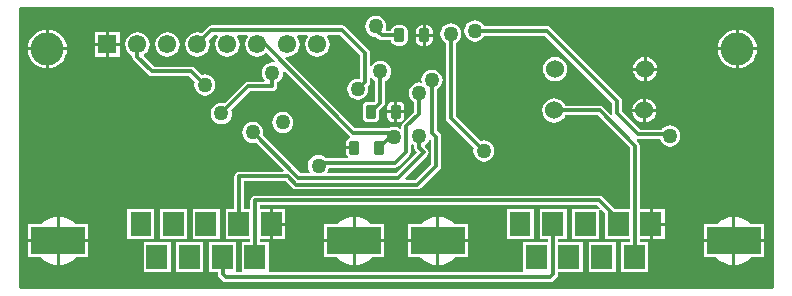
<source format=gbl>
G04 Layer_Physical_Order=2*
G04 Layer_Color=11436288*
%FSAX24Y24*%
%MOIN*%
G70*
G01*
G75*
G04:AMPARAMS|DCode=18|XSize=47.2mil|YSize=35.4mil|CornerRadius=8.9mil|HoleSize=0mil|Usage=FLASHONLY|Rotation=270.000|XOffset=0mil|YOffset=0mil|HoleType=Round|Shape=RoundedRectangle|*
%AMROUNDEDRECTD18*
21,1,0.0472,0.0177,0,0,270.0*
21,1,0.0295,0.0354,0,0,270.0*
1,1,0.0177,-0.0089,-0.0148*
1,1,0.0177,-0.0089,0.0148*
1,1,0.0177,0.0089,0.0148*
1,1,0.0177,0.0089,-0.0148*
%
%ADD18ROUNDEDRECTD18*%
%ADD19C,0.0120*%
%ADD20C,0.0100*%
%ADD21R,0.0610X0.0610*%
%ADD22C,0.0610*%
%ADD23C,0.0600*%
G04:AMPARAMS|DCode=24|XSize=80mil|YSize=70mil|CornerRadius=0mil|HoleSize=0mil|Usage=FLASHONLY|Rotation=270.000|XOffset=0mil|YOffset=0mil|HoleType=Round|Shape=RoundedRectangle|*
%AMROUNDEDRECTD24*
21,1,0.0800,0.0700,0,0,270.0*
21,1,0.0800,0.0700,0,0,270.0*
1,1,0.0000,-0.0350,-0.0400*
1,1,0.0000,-0.0350,0.0400*
1,1,0.0000,0.0350,0.0400*
1,1,0.0000,0.0350,-0.0400*
%
%ADD24ROUNDEDRECTD24*%
G04:AMPARAMS|DCode=25|XSize=90mil|YSize=180mil|CornerRadius=0mil|HoleSize=0mil|Usage=FLASHONLY|Rotation=270.000|XOffset=0mil|YOffset=0mil|HoleType=Round|Shape=RoundedRectangle|*
%AMROUNDEDRECTD25*
21,1,0.0900,0.1800,0,0,270.0*
21,1,0.0900,0.1800,0,0,270.0*
1,1,0.0000,-0.0900,-0.0450*
1,1,0.0000,-0.0900,0.0450*
1,1,0.0000,0.0900,0.0450*
1,1,0.0000,0.0900,-0.0450*
%
%ADD25ROUNDEDRECTD25*%
%ADD26R,0.0700X0.0800*%
%ADD27C,0.1100*%
%ADD28C,0.0500*%
G36*
X042150Y016750D02*
X017100D01*
Y026050D01*
X042150D01*
Y016750D01*
D02*
G37*
%LPC*%
G36*
X030970Y019099D02*
X030863Y019088D01*
X030712Y019043D01*
X030573Y018968D01*
X030452Y018868D01*
X030436Y018850D01*
X030020D01*
Y018350D01*
X030970D01*
Y019099D01*
D02*
G37*
G36*
X031070D02*
Y018350D01*
X032020D01*
Y018850D01*
X031604D01*
X031588Y018868D01*
X031467Y018968D01*
X031328Y019043D01*
X031177Y019088D01*
X031070Y019099D01*
D02*
G37*
G36*
X034220Y019350D02*
X033320D01*
Y018350D01*
X034220D01*
Y019350D01*
D02*
G37*
G36*
X028280Y019099D02*
Y018350D01*
X029230D01*
Y018850D01*
X028814D01*
X028798Y018868D01*
X028677Y018968D01*
X028538Y019043D01*
X028387Y019088D01*
X028280Y019099D01*
D02*
G37*
G36*
X023750Y019350D02*
X022850D01*
Y018350D01*
X023750D01*
Y019350D01*
D02*
G37*
G36*
X025930Y018800D02*
X025530D01*
Y018350D01*
X025930D01*
Y018800D01*
D02*
G37*
G36*
X028180Y019099D02*
X028073Y019088D01*
X027922Y019043D01*
X027783Y018968D01*
X027662Y018868D01*
X027646Y018850D01*
X027230D01*
Y018350D01*
X028180D01*
Y019099D01*
D02*
G37*
G36*
X038580Y018800D02*
X038180D01*
Y018350D01*
X038580D01*
Y018800D01*
D02*
G37*
G36*
X031450Y025553D02*
X031359Y025541D01*
X031273Y025506D01*
X031200Y025450D01*
X031144Y025377D01*
X031109Y025291D01*
X031097Y025200D01*
X031109Y025109D01*
X031144Y025023D01*
X031200Y024950D01*
X031273Y024894D01*
X031287Y024889D01*
Y022400D01*
X031299Y022338D01*
X031335Y022285D01*
X032215Y021405D01*
X032209Y021391D01*
X032197Y021300D01*
X032209Y021209D01*
X032244Y021123D01*
X032300Y021050D01*
X032373Y020994D01*
X032459Y020959D01*
X032550Y020947D01*
X032641Y020959D01*
X032727Y020994D01*
X032800Y021050D01*
X032856Y021123D01*
X032891Y021209D01*
X032903Y021300D01*
X032891Y021391D01*
X032856Y021477D01*
X032800Y021550D01*
X032727Y021606D01*
X032641Y021641D01*
X032550Y021653D01*
X032459Y021641D01*
X032445Y021635D01*
X031613Y022468D01*
Y024889D01*
X031627Y024894D01*
X031700Y024950D01*
X031756Y025023D01*
X031791Y025109D01*
X031803Y025200D01*
X031791Y025291D01*
X031756Y025377D01*
X031700Y025450D01*
X031627Y025506D01*
X031541Y025541D01*
X031450Y025553D01*
D02*
G37*
G36*
X025850Y022603D02*
X025759Y022591D01*
X025673Y022556D01*
X025600Y022500D01*
X025544Y022427D01*
X025509Y022341D01*
X025497Y022250D01*
X025509Y022159D01*
X025544Y022073D01*
X025600Y022000D01*
X025673Y021944D01*
X025759Y021909D01*
X025850Y021897D01*
X025941Y021909D01*
X026027Y021944D01*
X026100Y022000D01*
X026156Y022073D01*
X026191Y022159D01*
X026203Y022250D01*
X026191Y022341D01*
X026156Y022427D01*
X026100Y022500D01*
X026027Y022556D01*
X025941Y022591D01*
X025850Y022603D01*
D02*
G37*
G36*
X037850Y022600D02*
X037503D01*
X037510Y022546D01*
X037551Y022448D01*
X037615Y022365D01*
X037698Y022301D01*
X037796Y022260D01*
X037850Y022253D01*
Y022600D01*
D02*
G37*
G36*
X038580Y019350D02*
X038180D01*
Y018900D01*
X038580D01*
Y019350D01*
D02*
G37*
G36*
X040830Y019099D02*
X040723Y019088D01*
X040572Y019043D01*
X040433Y018968D01*
X040312Y018868D01*
X040296Y018850D01*
X039880D01*
Y018350D01*
X040830D01*
Y019099D01*
D02*
G37*
G36*
X040930D02*
Y018350D01*
X041880D01*
Y018850D01*
X041464D01*
X041448Y018868D01*
X041327Y018968D01*
X041188Y019043D01*
X041037Y019088D01*
X040930Y019099D01*
D02*
G37*
G36*
X025930Y019350D02*
X025530D01*
Y018900D01*
X025930D01*
Y019350D01*
D02*
G37*
G36*
X019370Y018250D02*
X018420D01*
Y017501D01*
X018527Y017512D01*
X018678Y017557D01*
X018817Y017632D01*
X018938Y017732D01*
X018954Y017750D01*
X019370D01*
Y018250D01*
D02*
G37*
G36*
X028180D02*
X027230D01*
Y017750D01*
X027646D01*
X027662Y017732D01*
X027783Y017632D01*
X027922Y017557D01*
X028073Y017512D01*
X028180Y017501D01*
Y018250D01*
D02*
G37*
G36*
X029230D02*
X028280D01*
Y017501D01*
X028387Y017512D01*
X028538Y017557D01*
X028677Y017632D01*
X028798Y017732D01*
X028814Y017750D01*
X029230D01*
Y018250D01*
D02*
G37*
G36*
X018320D02*
X017370D01*
Y017750D01*
X017786D01*
X017802Y017732D01*
X017923Y017632D01*
X018062Y017557D01*
X018213Y017512D01*
X018320Y017501D01*
Y018250D01*
D02*
G37*
G36*
X022110D02*
X021210D01*
Y017250D01*
X022110D01*
Y018250D01*
D02*
G37*
G36*
X023200D02*
X022300D01*
Y017250D01*
X023200D01*
Y018250D01*
D02*
G37*
G36*
X036940D02*
X036040D01*
Y017250D01*
X036940D01*
Y018250D01*
D02*
G37*
G36*
X030970D02*
X030020D01*
Y017750D01*
X030436D01*
X030452Y017732D01*
X030573Y017632D01*
X030712Y017557D01*
X030863Y017512D01*
X030970Y017501D01*
Y018250D01*
D02*
G37*
G36*
X018420Y019099D02*
Y018350D01*
X019370D01*
Y018850D01*
X018954D01*
X018938Y018868D01*
X018817Y018968D01*
X018678Y019043D01*
X018527Y019088D01*
X018420Y019099D01*
D02*
G37*
G36*
X021570Y019350D02*
X020670D01*
Y018350D01*
X021570D01*
Y019350D01*
D02*
G37*
G36*
X022660D02*
X021760D01*
Y018350D01*
X022660D01*
Y019350D01*
D02*
G37*
G36*
X018320Y019099D02*
X018213Y019088D01*
X018062Y019043D01*
X017923Y018968D01*
X017802Y018868D01*
X017786Y018850D01*
X017370D01*
Y018350D01*
X018320D01*
Y019099D01*
D02*
G37*
G36*
X032020Y018250D02*
X031070D01*
Y017501D01*
X031177Y017512D01*
X031328Y017557D01*
X031467Y017632D01*
X031588Y017732D01*
X031604Y017750D01*
X032020D01*
Y018250D01*
D02*
G37*
G36*
X040830D02*
X039880D01*
Y017750D01*
X040296D01*
X040312Y017732D01*
X040433Y017632D01*
X040572Y017557D01*
X040723Y017512D01*
X040830Y017501D01*
Y018250D01*
D02*
G37*
G36*
X041880D02*
X040930D01*
Y017501D01*
X041037Y017512D01*
X041188Y017557D01*
X041327Y017632D01*
X041448Y017732D01*
X041464Y017750D01*
X041880D01*
Y018250D01*
D02*
G37*
G36*
X038297Y022600D02*
X037950D01*
Y022253D01*
X038004Y022260D01*
X038102Y022301D01*
X038185Y022365D01*
X038249Y022448D01*
X038290Y022546D01*
X038297Y022600D01*
D02*
G37*
G36*
X017950Y025348D02*
X017873Y025341D01*
X017750Y025303D01*
X017637Y025243D01*
X017538Y025162D01*
X017457Y025063D01*
X017397Y024950D01*
X017359Y024827D01*
X017352Y024750D01*
X017950D01*
Y025348D01*
D02*
G37*
G36*
X020405Y024800D02*
X020050D01*
Y024445D01*
X020405D01*
Y024800D01*
D02*
G37*
G36*
X040950Y025348D02*
X040873Y025341D01*
X040750Y025303D01*
X040637Y025243D01*
X040538Y025162D01*
X040457Y025063D01*
X040397Y024950D01*
X040359Y024827D01*
X040352Y024750D01*
X040950D01*
Y025348D01*
D02*
G37*
G36*
X018050D02*
Y024750D01*
X018648D01*
X018641Y024827D01*
X018603Y024950D01*
X018543Y025063D01*
X018462Y025162D01*
X018363Y025243D01*
X018250Y025303D01*
X018127Y025341D01*
X018050Y025348D01*
D02*
G37*
G36*
X037972Y024424D02*
Y024077D01*
X038319D01*
X038312Y024131D01*
X038272Y024229D01*
X038208Y024312D01*
X038124Y024376D01*
X038027Y024417D01*
X037972Y024424D01*
D02*
G37*
G36*
X037872D02*
X037818Y024417D01*
X037721Y024376D01*
X037637Y024312D01*
X037573Y024229D01*
X037533Y024131D01*
X037526Y024077D01*
X037872D01*
Y024424D01*
D02*
G37*
G36*
X019950Y024800D02*
X019595D01*
Y024445D01*
X019950D01*
Y024800D01*
D02*
G37*
G36*
X022000Y025259D02*
X021894Y025245D01*
X021796Y025204D01*
X021711Y025139D01*
X021646Y025054D01*
X021605Y024956D01*
X021591Y024850D01*
X021605Y024744D01*
X021646Y024646D01*
X021711Y024561D01*
X021796Y024496D01*
X021894Y024455D01*
X022000Y024441D01*
X022106Y024455D01*
X022204Y024496D01*
X022289Y024561D01*
X022354Y024646D01*
X022395Y024744D01*
X022409Y024850D01*
X022395Y024956D01*
X022354Y025054D01*
X022289Y025139D01*
X022204Y025204D01*
X022106Y025245D01*
X022000Y025259D01*
D02*
G37*
G36*
X020405Y025255D02*
X020050D01*
Y024900D01*
X020405D01*
Y025255D01*
D02*
G37*
G36*
X019950D02*
X019595D01*
Y024900D01*
X019950D01*
Y025255D01*
D02*
G37*
G36*
X030652Y025490D02*
X030613D01*
Y025200D01*
X030844D01*
Y025298D01*
X030830Y025371D01*
X030788Y025434D01*
X030726Y025475D01*
X030652Y025490D01*
D02*
G37*
G36*
X030513D02*
X030475D01*
X030401Y025475D01*
X030339Y025434D01*
X030297Y025371D01*
X030283Y025298D01*
Y025200D01*
X030513D01*
Y025490D01*
D02*
G37*
G36*
X028950Y025803D02*
X028859Y025791D01*
X028773Y025756D01*
X028700Y025700D01*
X028644Y025627D01*
X028609Y025541D01*
X028597Y025450D01*
X028609Y025359D01*
X028644Y025273D01*
X028700Y025200D01*
X028773Y025144D01*
X028859Y025109D01*
X028950Y025097D01*
X028970Y025100D01*
X029035Y025035D01*
X029088Y024999D01*
X029150Y024987D01*
X029459D01*
X029470Y024929D01*
X029512Y024866D01*
X029574Y024825D01*
X029648Y024810D01*
X029825D01*
X029899Y024825D01*
X029961Y024866D01*
X030003Y024929D01*
X030017Y025002D01*
Y025298D01*
X030003Y025371D01*
X029961Y025434D01*
X029899Y025475D01*
X029825Y025490D01*
X029648D01*
X029574Y025475D01*
X029512Y025434D01*
X029470Y025371D01*
X029459Y025313D01*
X029317D01*
X029294Y025348D01*
X029292Y025363D01*
X029303Y025450D01*
X029291Y025541D01*
X029256Y025627D01*
X029200Y025700D01*
X029127Y025756D01*
X029041Y025791D01*
X028950Y025803D01*
D02*
G37*
G36*
X041050Y025348D02*
Y024750D01*
X041648D01*
X041641Y024827D01*
X041603Y024950D01*
X041543Y025063D01*
X041462Y025162D01*
X041363Y025243D01*
X041250Y025303D01*
X041127Y025341D01*
X041050Y025348D01*
D02*
G37*
G36*
X030844Y025100D02*
X030613D01*
Y024810D01*
X030652D01*
X030726Y024825D01*
X030788Y024866D01*
X030830Y024929D01*
X030844Y025002D01*
Y025100D01*
D02*
G37*
G36*
X030513D02*
X030283D01*
Y025002D01*
X030297Y024929D01*
X030339Y024866D01*
X030401Y024825D01*
X030475Y024810D01*
X030513D01*
Y025100D01*
D02*
G37*
G36*
X041648Y024650D02*
X041050D01*
Y024052D01*
X041127Y024059D01*
X041250Y024097D01*
X041363Y024157D01*
X041462Y024238D01*
X041543Y024337D01*
X041603Y024450D01*
X041641Y024573D01*
X041648Y024650D01*
D02*
G37*
G36*
X037850Y023047D02*
X037796Y023040D01*
X037698Y022999D01*
X037615Y022935D01*
X037551Y022852D01*
X037510Y022754D01*
X037503Y022700D01*
X037850D01*
Y023047D01*
D02*
G37*
G36*
X037950D02*
Y022700D01*
X038297D01*
X038290Y022754D01*
X038249Y022852D01*
X038185Y022935D01*
X038102Y022999D01*
X038004Y023040D01*
X037950Y023047D01*
D02*
G37*
G36*
X032250Y025653D02*
X032159Y025641D01*
X032073Y025606D01*
X032000Y025550D01*
X031944Y025477D01*
X031909Y025391D01*
X031897Y025300D01*
X031909Y025209D01*
X031944Y025123D01*
X032000Y025050D01*
X032073Y024994D01*
X032159Y024959D01*
X032250Y024947D01*
X032341Y024959D01*
X032427Y024994D01*
X032500Y025050D01*
X032556Y025123D01*
X032561Y025137D01*
X034582D01*
X036837Y022882D01*
Y022550D01*
X036843Y022518D01*
X036797Y022494D01*
X036525Y022765D01*
X036472Y022801D01*
X036410Y022813D01*
X035265D01*
X035249Y022852D01*
X035185Y022935D01*
X035102Y022999D01*
X035004Y023040D01*
X034900Y023053D01*
X034796Y023040D01*
X034698Y022999D01*
X034615Y022935D01*
X034551Y022852D01*
X034510Y022754D01*
X034497Y022650D01*
X034510Y022546D01*
X034551Y022448D01*
X034615Y022365D01*
X034698Y022301D01*
X034796Y022260D01*
X034900Y022247D01*
X035004Y022260D01*
X035102Y022301D01*
X035185Y022365D01*
X035249Y022448D01*
X035265Y022487D01*
X036342D01*
X037417Y021412D01*
Y019350D01*
X036931D01*
X036515Y019765D01*
X036462Y019801D01*
X036400Y019813D01*
X024930D01*
X024868Y019801D01*
X024815Y019765D01*
X024779Y019712D01*
X024767Y019650D01*
Y019350D01*
X024553D01*
Y020287D01*
X025941D01*
X026165Y020064D01*
X026217Y020028D01*
X026280Y020016D01*
X030329D01*
X030391Y020028D01*
X030444Y020064D01*
X031075Y020695D01*
X031111Y020748D01*
X031123Y020810D01*
Y021770D01*
X031111Y021832D01*
X031075Y021885D01*
X030983Y021977D01*
Y023349D01*
X030997Y023354D01*
X031070Y023410D01*
X031126Y023483D01*
X031161Y023569D01*
X031173Y023660D01*
X031161Y023751D01*
X031126Y023837D01*
X031070Y023910D01*
X030997Y023966D01*
X030911Y024001D01*
X030820Y024013D01*
X030729Y024001D01*
X030643Y023966D01*
X030570Y023910D01*
X030514Y023837D01*
X030479Y023751D01*
X030467Y023660D01*
X030473Y023613D01*
X030438Y023577D01*
X030396Y023583D01*
X030304Y023571D01*
X030219Y023536D01*
X030146Y023480D01*
X030090Y023407D01*
X030055Y023321D01*
X030043Y023230D01*
X030055Y023139D01*
X030090Y023053D01*
X030146Y022980D01*
X030219Y022924D01*
X030233Y022919D01*
Y022613D01*
X029851Y022232D01*
X029816Y022179D01*
X029804Y022117D01*
Y022058D01*
X029759Y022036D01*
X029733Y022056D01*
X029648Y022091D01*
X029557Y022103D01*
X029465Y022091D01*
X029398Y022063D01*
X028268D01*
X025931Y024400D01*
X025954Y024447D01*
X026000Y024441D01*
X026106Y024455D01*
X026204Y024496D01*
X026289Y024561D01*
X026354Y024646D01*
X026395Y024744D01*
X026409Y024850D01*
X026395Y024956D01*
X026354Y025054D01*
X026314Y025107D01*
X026338Y025157D01*
X026662D01*
X026686Y025107D01*
X026646Y025054D01*
X026605Y024956D01*
X026591Y024850D01*
X026605Y024744D01*
X026646Y024646D01*
X026711Y024561D01*
X026796Y024496D01*
X026894Y024455D01*
X027000Y024441D01*
X027106Y024455D01*
X027204Y024496D01*
X027289Y024561D01*
X027354Y024646D01*
X027395Y024744D01*
X027409Y024850D01*
X027395Y024956D01*
X027354Y025054D01*
X027314Y025107D01*
X027338Y025157D01*
X027761D01*
X028427Y024491D01*
Y023741D01*
X028389Y023708D01*
X028348Y023713D01*
X028257Y023701D01*
X028172Y023666D01*
X028099Y023610D01*
X028043Y023537D01*
X028007Y023451D01*
X027995Y023360D01*
X028007Y023269D01*
X028043Y023183D01*
X028099Y023110D01*
X028172Y023054D01*
X028257Y023019D01*
X028348Y023007D01*
X028440Y023019D01*
X028525Y023054D01*
X028598Y023110D01*
X028654Y023183D01*
X028689Y023269D01*
X028701Y023360D01*
X028689Y023451D01*
X028684Y023465D01*
X028705Y023486D01*
X028741Y023539D01*
X028753Y023602D01*
Y023749D01*
X028803Y023762D01*
X028850Y023700D01*
X028923Y023644D01*
X028937Y023639D01*
Y022981D01*
X028892Y022936D01*
X028875Y022940D01*
X028698D01*
X028624Y022925D01*
X028562Y022884D01*
X028520Y022821D01*
X028506Y022748D01*
Y022452D01*
X028520Y022379D01*
X028562Y022316D01*
X028624Y022275D01*
X028698Y022260D01*
X028875D01*
X028949Y022275D01*
X029011Y022316D01*
X029053Y022379D01*
X029067Y022452D01*
Y022650D01*
X029215Y022798D01*
X029251Y022851D01*
X029263Y022913D01*
Y023639D01*
X029277Y023644D01*
X029350Y023700D01*
X029406Y023773D01*
X029441Y023859D01*
X029453Y023950D01*
X029441Y024041D01*
X029406Y024127D01*
X029350Y024200D01*
X029277Y024256D01*
X029191Y024291D01*
X029100Y024303D01*
X029009Y024291D01*
X028923Y024256D01*
X028850Y024200D01*
X028803Y024138D01*
X028753Y024151D01*
Y024558D01*
X028741Y024621D01*
X028705Y024674D01*
X027944Y025435D01*
X027891Y025471D01*
X027828Y025483D01*
X023470D01*
X023408Y025471D01*
X023355Y025435D01*
X023147Y025228D01*
X023106Y025245D01*
X023000Y025259D01*
X022894Y025245D01*
X022796Y025204D01*
X022711Y025139D01*
X022646Y025054D01*
X022605Y024956D01*
X022591Y024850D01*
X022605Y024744D01*
X022646Y024646D01*
X022711Y024561D01*
X022796Y024496D01*
X022894Y024455D01*
X023000Y024441D01*
X023106Y024455D01*
X023204Y024496D01*
X023289Y024561D01*
X023354Y024646D01*
X023395Y024744D01*
X023409Y024850D01*
X023395Y024956D01*
X023378Y024997D01*
X023538Y025157D01*
X023662D01*
X023686Y025107D01*
X023646Y025054D01*
X023605Y024956D01*
X023591Y024850D01*
X023605Y024744D01*
X023646Y024646D01*
X023711Y024561D01*
X023796Y024496D01*
X023894Y024455D01*
X024000Y024441D01*
X024106Y024455D01*
X024204Y024496D01*
X024289Y024561D01*
X024354Y024646D01*
X024395Y024744D01*
X024409Y024850D01*
X024395Y024956D01*
X024354Y025054D01*
X024314Y025107D01*
X024338Y025157D01*
X024662D01*
X024686Y025107D01*
X024646Y025054D01*
X024605Y024956D01*
X024591Y024850D01*
X024605Y024744D01*
X024646Y024646D01*
X024711Y024561D01*
X024796Y024496D01*
X024894Y024455D01*
X025000Y024441D01*
X025106Y024455D01*
X025204Y024496D01*
X025289Y024561D01*
X025307Y024562D01*
X025576Y024293D01*
X025552Y024246D01*
X025500Y024253D01*
X025409Y024241D01*
X025323Y024206D01*
X025250Y024150D01*
X025194Y024077D01*
X025159Y023991D01*
X025147Y023900D01*
X025159Y023809D01*
X025194Y023723D01*
X025241Y023663D01*
X025222Y023613D01*
X024700D01*
X024638Y023601D01*
X024585Y023565D01*
X023905Y022885D01*
X023891Y022891D01*
X023800Y022903D01*
X023709Y022891D01*
X023623Y022856D01*
X023550Y022800D01*
X023494Y022727D01*
X023459Y022641D01*
X023447Y022550D01*
X023459Y022459D01*
X023494Y022373D01*
X023550Y022300D01*
X023623Y022244D01*
X023709Y022209D01*
X023800Y022197D01*
X023891Y022209D01*
X023977Y022244D01*
X024050Y022300D01*
X024106Y022373D01*
X024141Y022459D01*
X024153Y022550D01*
X024141Y022641D01*
X024135Y022655D01*
X024768Y023287D01*
X025500D01*
X025562Y023299D01*
X025615Y023335D01*
X025651Y023388D01*
X025663Y023450D01*
Y023589D01*
X025677Y023594D01*
X025750Y023650D01*
X025806Y023723D01*
X025841Y023809D01*
X025853Y023900D01*
X025846Y023952D01*
X025893Y023976D01*
X028085Y021785D01*
X028092Y021780D01*
X028081Y021727D01*
X028074Y021725D01*
X028012Y021684D01*
X027970Y021621D01*
X027956Y021548D01*
Y021450D01*
X028237D01*
Y021350D01*
X027956D01*
Y021252D01*
X027970Y021179D01*
X028012Y021116D01*
X028017Y021113D01*
X028002Y021063D01*
X027285D01*
X027218Y021115D01*
X027133Y021150D01*
X027041Y021162D01*
X026950Y021150D01*
X026865Y021115D01*
X026792Y021059D01*
X026736Y020986D01*
X026700Y020900D01*
X026688Y020809D01*
X026700Y020718D01*
X026736Y020633D01*
X026755Y020607D01*
X026733Y020562D01*
X026439D01*
X025185Y021815D01*
X025191Y021829D01*
X025203Y021920D01*
X025191Y022011D01*
X025156Y022097D01*
X025100Y022170D01*
X025027Y022226D01*
X024941Y022261D01*
X024850Y022273D01*
X024759Y022261D01*
X024673Y022226D01*
X024600Y022170D01*
X024544Y022097D01*
X024509Y022011D01*
X024497Y021920D01*
X024509Y021829D01*
X024544Y021743D01*
X024600Y021670D01*
X024673Y021614D01*
X024759Y021579D01*
X024850Y021567D01*
X024941Y021579D01*
X024955Y021585D01*
X025880Y020659D01*
X025861Y020613D01*
X024390D01*
X024328Y020601D01*
X024275Y020565D01*
X024239Y020512D01*
X024227Y020450D01*
Y019350D01*
X023940D01*
Y018350D01*
X024767D01*
Y018250D01*
X024480D01*
Y017253D01*
X024290D01*
Y018250D01*
X023390D01*
Y017250D01*
X023677D01*
Y017200D01*
X023689Y017138D01*
X023725Y017085D01*
X023835Y016975D01*
X023888Y016939D01*
X023950Y016927D01*
X034750D01*
X034812Y016939D01*
X034865Y016975D01*
X034975Y017085D01*
X035011Y017138D01*
X035023Y017200D01*
Y017250D01*
X035850D01*
Y018250D01*
X035023D01*
Y018350D01*
X035310D01*
Y019350D01*
X034410D01*
Y018350D01*
X034697D01*
Y018250D01*
X033860D01*
Y017253D01*
X025380D01*
Y018250D01*
X025093D01*
Y018350D01*
X025430D01*
Y018850D01*
Y019350D01*
X025093D01*
Y019487D01*
X036332D01*
X036433Y019386D01*
X036414Y019367D01*
X036406Y019358D01*
X036404Y019356D01*
X036361Y019350D01*
X036351Y019350D01*
X036350D01*
X036350D01*
X035500D01*
Y018350D01*
X036400D01*
Y019300D01*
Y019300D01*
Y019301D01*
X036400Y019311D01*
X036406Y019354D01*
X036408Y019356D01*
X036417Y019364D01*
X036436Y019383D01*
X036590Y019229D01*
Y018350D01*
X037417D01*
Y018250D01*
X037130D01*
Y017250D01*
X038030D01*
Y018250D01*
X037743D01*
Y018350D01*
X038080D01*
Y018850D01*
Y019350D01*
X037743D01*
Y021480D01*
X037731Y021542D01*
X037695Y021595D01*
X037644Y021647D01*
X037668Y021693D01*
X037700Y021687D01*
X038418D01*
X038444Y021623D01*
X038500Y021550D01*
X038573Y021494D01*
X038659Y021459D01*
X038750Y021447D01*
X038841Y021459D01*
X038927Y021494D01*
X039000Y021550D01*
X039056Y021623D01*
X039091Y021709D01*
X039103Y021800D01*
X039091Y021891D01*
X039056Y021977D01*
X039000Y022050D01*
X038927Y022106D01*
X038841Y022141D01*
X038750Y022153D01*
X038659Y022141D01*
X038573Y022106D01*
X038500Y022050D01*
X038472Y022013D01*
X037768D01*
X037163Y022618D01*
Y022950D01*
X037151Y023012D01*
X037115Y023065D01*
X034765Y025415D01*
X034712Y025451D01*
X034650Y025463D01*
X032561D01*
X032556Y025477D01*
X032500Y025550D01*
X032427Y025606D01*
X032341Y025641D01*
X032250Y025653D01*
D02*
G37*
G36*
X029702Y022940D02*
X029663D01*
Y022650D01*
X029894D01*
Y022748D01*
X029880Y022821D01*
X029838Y022884D01*
X029776Y022925D01*
X029702Y022940D01*
D02*
G37*
G36*
X029563Y022550D02*
X029333D01*
Y022452D01*
X029347Y022379D01*
X029389Y022316D01*
X029451Y022275D01*
X029525Y022260D01*
X029563D01*
Y022550D01*
D02*
G37*
G36*
X029894D02*
X029663D01*
Y022260D01*
X029702D01*
X029776Y022275D01*
X029838Y022316D01*
X029880Y022379D01*
X029894Y022452D01*
Y022550D01*
D02*
G37*
G36*
X029563Y022940D02*
X029525D01*
X029451Y022925D01*
X029389Y022884D01*
X029347Y022821D01*
X029333Y022748D01*
Y022650D01*
X029563D01*
Y022940D01*
D02*
G37*
G36*
X040950Y024650D02*
X040352D01*
X040359Y024573D01*
X040397Y024450D01*
X040457Y024337D01*
X040538Y024238D01*
X040637Y024157D01*
X040750Y024097D01*
X040873Y024059D01*
X040950Y024052D01*
Y024650D01*
D02*
G37*
G36*
X018648D02*
X018050D01*
Y024052D01*
X018127Y024059D01*
X018250Y024097D01*
X018363Y024157D01*
X018462Y024238D01*
X018543Y024337D01*
X018603Y024450D01*
X018641Y024573D01*
X018648Y024650D01*
D02*
G37*
G36*
X017950D02*
X017352D01*
X017359Y024573D01*
X017397Y024450D01*
X017457Y024337D01*
X017538Y024238D01*
X017637Y024157D01*
X017750Y024097D01*
X017873Y024059D01*
X017950Y024052D01*
Y024650D01*
D02*
G37*
G36*
X038319Y023977D02*
X037972D01*
Y023630D01*
X038027Y023637D01*
X038124Y023677D01*
X038208Y023742D01*
X038272Y023825D01*
X038312Y023922D01*
X038319Y023977D01*
D02*
G37*
G36*
X021000Y025259D02*
X020894Y025245D01*
X020796Y025204D01*
X020711Y025139D01*
X020646Y025054D01*
X020605Y024956D01*
X020591Y024850D01*
X020605Y024744D01*
X020646Y024646D01*
X020711Y024561D01*
X020796Y024496D01*
X020837Y024479D01*
Y024441D01*
X020849Y024379D01*
X020885Y024326D01*
X021376Y023835D01*
X021429Y023799D01*
X021491Y023787D01*
X022732D01*
X022915Y023605D01*
X022909Y023591D01*
X022897Y023500D01*
X022909Y023409D01*
X022944Y023323D01*
X023000Y023250D01*
X023073Y023194D01*
X023159Y023159D01*
X023250Y023147D01*
X023341Y023159D01*
X023427Y023194D01*
X023500Y023250D01*
X023556Y023323D01*
X023591Y023409D01*
X023603Y023500D01*
X023591Y023591D01*
X023556Y023677D01*
X023500Y023750D01*
X023427Y023806D01*
X023341Y023841D01*
X023250Y023853D01*
X023159Y023841D01*
X023145Y023835D01*
X022915Y024065D01*
X022862Y024101D01*
X022800Y024113D01*
X021559D01*
X021220Y024452D01*
X021228Y024515D01*
X021289Y024561D01*
X021354Y024646D01*
X021395Y024744D01*
X021409Y024850D01*
X021395Y024956D01*
X021354Y025054D01*
X021289Y025139D01*
X021204Y025204D01*
X021106Y025245D01*
X021000Y025259D01*
D02*
G37*
G36*
X034922Y024430D02*
X034818Y024417D01*
X034721Y024376D01*
X034637Y024312D01*
X034573Y024229D01*
X034533Y024131D01*
X034519Y024027D01*
X034533Y023922D01*
X034573Y023825D01*
X034637Y023742D01*
X034721Y023677D01*
X034818Y023637D01*
X034922Y023623D01*
X035027Y023637D01*
X035124Y023677D01*
X035208Y023742D01*
X035272Y023825D01*
X035312Y023922D01*
X035326Y024027D01*
X035312Y024131D01*
X035272Y024229D01*
X035208Y024312D01*
X035124Y024376D01*
X035027Y024417D01*
X034922Y024430D01*
D02*
G37*
G36*
X037872Y023977D02*
X037526D01*
X037533Y023922D01*
X037573Y023825D01*
X037637Y023742D01*
X037721Y023677D01*
X037818Y023637D01*
X037872Y023630D01*
Y023977D01*
D02*
G37*
%LPD*%
G36*
X030797Y021662D02*
Y020878D01*
X030261Y020342D01*
X029938D01*
X029919Y020388D01*
X030665Y021135D01*
X030701Y021188D01*
X030713Y021250D01*
X030701Y021312D01*
X030665Y021365D01*
X030586Y021444D01*
X030584Y021457D01*
X030592Y021506D01*
X030650Y021550D01*
X030706Y021623D01*
X030719Y021656D01*
X030781Y021674D01*
X030797Y021662D01*
D02*
G37*
G36*
X030223Y021494D02*
X030237Y021489D01*
Y021400D01*
X030249Y021338D01*
X030285Y021285D01*
X030319Y021250D01*
X029631Y020562D01*
X027350D01*
X027328Y020607D01*
X027347Y020633D01*
X027382Y020718D01*
X027385Y020737D01*
X029600D01*
X029662Y020749D01*
X029715Y020785D01*
X030065Y021135D01*
X030101Y021188D01*
X030113Y021250D01*
Y021495D01*
X030117Y021501D01*
X030119Y021511D01*
X030175Y021532D01*
X030223Y021494D01*
D02*
G37*
D18*
X028237Y021400D02*
D03*
X029063D02*
D03*
X030563Y025150D02*
D03*
X029737D02*
D03*
X029613Y022600D02*
D03*
X028787D02*
D03*
D19*
X034860Y017200D02*
Y018850D01*
X034750Y017090D02*
X034860Y017200D01*
X023950Y017090D02*
X034750D01*
X023840Y017200D02*
X023950Y017090D01*
X023840Y017200D02*
Y017750D01*
X037580D02*
Y021480D01*
X036410Y022650D02*
X037580Y021480D01*
X034900Y022650D02*
X036410D01*
X028348Y023360D02*
X028590Y023602D01*
Y024558D01*
X027828Y025320D02*
X028590Y024558D01*
X023470Y025320D02*
X027828D01*
X023000Y024850D02*
X023470Y025320D01*
X024850Y021920D02*
X024940Y022010D01*
X037040Y018850D02*
Y019010D01*
X024930Y017750D02*
Y019650D01*
X036400D02*
X037040Y019010D01*
X024930Y019650D02*
X036400D01*
X032250Y025300D02*
X034650D01*
X037000Y022950D01*
Y022550D02*
Y022950D01*
Y022550D02*
X037700Y021850D01*
X038700D01*
X038750Y021800D01*
X023800Y022550D02*
X024700Y023450D01*
X028900Y025400D02*
X028950Y025450D01*
X029150Y025150D02*
X029737D01*
X028900Y025400D02*
X029150Y025150D01*
X030396Y022546D02*
Y023230D01*
X028787Y022600D02*
X029100Y022913D01*
Y023950D01*
X022800D02*
X023250Y023500D01*
X021491Y023950D02*
X022800D01*
X021000Y024441D02*
X021491Y023950D01*
X021000Y024441D02*
Y024850D01*
X024390Y018850D02*
Y020450D01*
X025500Y023450D02*
Y023900D01*
X024700Y023450D02*
X025500D01*
X025000Y024850D02*
X025250D01*
X028200Y021900D01*
X031450Y022400D02*
X032550Y021300D01*
X031450Y022400D02*
Y025200D01*
X029063Y021400D02*
X029413Y021750D01*
X029700D01*
X029550Y021900D02*
X029700Y021750D01*
X028200Y021900D02*
X029550D01*
X024390Y020450D02*
X026009D01*
X029967Y022117D02*
X030396Y022546D01*
X029967Y021563D02*
Y022117D01*
X029950Y021547D02*
X029967Y021563D01*
X029950Y021250D02*
Y021547D01*
X029600Y020900D02*
X029950Y021250D01*
X030960Y020810D02*
Y021770D01*
X030820Y021910D02*
X030960Y021770D01*
X030820Y021910D02*
Y023660D01*
X030400Y021400D02*
X030550Y021250D01*
X030400Y021400D02*
Y021800D01*
X027200Y020900D02*
X029600D01*
X027109Y020809D02*
X027200Y020900D01*
X027041Y020809D02*
X027109D01*
X026280Y020179D02*
X030329D01*
X026371Y020399D02*
X029699D01*
X024850Y021920D02*
X026371Y020399D01*
X029699D02*
X030550Y021250D01*
X026009Y020450D02*
X026280Y020179D01*
X030329D02*
X030960Y020810D01*
D20*
X017100Y016750D02*
Y026050D01*
Y016750D02*
X042150D01*
Y026050D01*
X017100D02*
X042150D01*
D21*
X020000Y024850D02*
D03*
D22*
X021000D02*
D03*
X022000D02*
D03*
X023000D02*
D03*
X024000D02*
D03*
X025000D02*
D03*
X026000D02*
D03*
X027000D02*
D03*
D23*
X037922Y024027D02*
D03*
X034922D02*
D03*
X037900Y022650D02*
D03*
X034900D02*
D03*
D24*
X024930Y017750D02*
D03*
X022750D02*
D03*
X025480Y018850D02*
D03*
X022210D02*
D03*
X021660Y017750D02*
D03*
X023300Y018850D02*
D03*
X024390D02*
D03*
X023840Y017750D02*
D03*
X037580D02*
D03*
X035400D02*
D03*
X038130Y018850D02*
D03*
X034860D02*
D03*
X034310Y017750D02*
D03*
X035950Y018850D02*
D03*
X037040D02*
D03*
X036490Y017750D02*
D03*
D25*
X018370Y018300D02*
D03*
X028230D02*
D03*
X031020D02*
D03*
X040880D02*
D03*
D26*
X021120Y018850D02*
D03*
X033770D02*
D03*
D27*
X018000Y024700D02*
D03*
X041000D02*
D03*
D28*
X028348Y023360D02*
D03*
X030820Y023660D02*
D03*
X030396Y023230D02*
D03*
X024850Y021920D02*
D03*
X031450Y025200D02*
D03*
X032550Y021300D02*
D03*
X032250Y025300D02*
D03*
X038750Y021800D02*
D03*
X023800Y022550D02*
D03*
X028950Y025450D02*
D03*
X029100Y023950D02*
D03*
X023250Y023500D02*
D03*
X025850Y022250D02*
D03*
X025500Y023900D02*
D03*
X029557Y021750D02*
D03*
X030400Y021800D02*
D03*
X027041Y020809D02*
D03*
M02*

</source>
